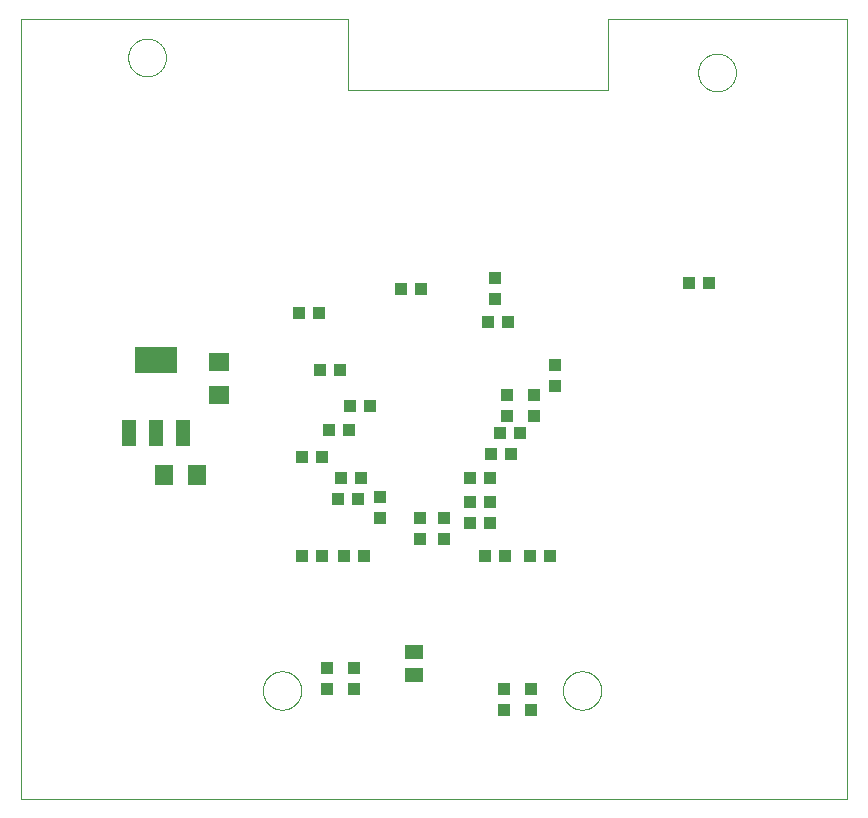
<source format=gbp>
G75*
%MOIN*%
%OFA0B0*%
%FSLAX25Y25*%
%IPPOS*%
%LPD*%
%AMOC8*
5,1,8,0,0,1.08239X$1,22.5*
%
%ADD10C,0.00000*%
%ADD11R,0.04331X0.03937*%
%ADD12R,0.03937X0.04331*%
%ADD13R,0.06299X0.07087*%
%ADD14R,0.07087X0.06299*%
%ADD15R,0.04800X0.08800*%
%ADD16R,0.14173X0.08661*%
%ADD17R,0.05906X0.05118*%
D10*
X0010074Y0008163D02*
X0010074Y0268006D01*
X0119129Y0268006D01*
X0119129Y0244384D01*
X0205743Y0244384D01*
X0205743Y0268006D01*
X0285665Y0268006D01*
X0285665Y0008163D01*
X0010074Y0008163D01*
X0090802Y0044163D02*
X0090804Y0044323D01*
X0090810Y0044482D01*
X0090820Y0044641D01*
X0090834Y0044800D01*
X0090852Y0044959D01*
X0090873Y0045117D01*
X0090899Y0045274D01*
X0090929Y0045431D01*
X0090962Y0045587D01*
X0091000Y0045742D01*
X0091041Y0045896D01*
X0091086Y0046049D01*
X0091135Y0046201D01*
X0091188Y0046351D01*
X0091244Y0046500D01*
X0091304Y0046648D01*
X0091368Y0046794D01*
X0091436Y0046939D01*
X0091507Y0047082D01*
X0091581Y0047223D01*
X0091659Y0047362D01*
X0091741Y0047499D01*
X0091826Y0047634D01*
X0091914Y0047767D01*
X0092005Y0047898D01*
X0092100Y0048026D01*
X0092198Y0048152D01*
X0092299Y0048276D01*
X0092403Y0048396D01*
X0092510Y0048515D01*
X0092620Y0048630D01*
X0092733Y0048743D01*
X0092848Y0048853D01*
X0092967Y0048960D01*
X0093087Y0049064D01*
X0093211Y0049165D01*
X0093337Y0049263D01*
X0093465Y0049358D01*
X0093596Y0049449D01*
X0093729Y0049537D01*
X0093864Y0049622D01*
X0094001Y0049704D01*
X0094140Y0049782D01*
X0094281Y0049856D01*
X0094424Y0049927D01*
X0094569Y0049995D01*
X0094715Y0050059D01*
X0094863Y0050119D01*
X0095012Y0050175D01*
X0095162Y0050228D01*
X0095314Y0050277D01*
X0095467Y0050322D01*
X0095621Y0050363D01*
X0095776Y0050401D01*
X0095932Y0050434D01*
X0096089Y0050464D01*
X0096246Y0050490D01*
X0096404Y0050511D01*
X0096563Y0050529D01*
X0096722Y0050543D01*
X0096881Y0050553D01*
X0097040Y0050559D01*
X0097200Y0050561D01*
X0097360Y0050559D01*
X0097519Y0050553D01*
X0097678Y0050543D01*
X0097837Y0050529D01*
X0097996Y0050511D01*
X0098154Y0050490D01*
X0098311Y0050464D01*
X0098468Y0050434D01*
X0098624Y0050401D01*
X0098779Y0050363D01*
X0098933Y0050322D01*
X0099086Y0050277D01*
X0099238Y0050228D01*
X0099388Y0050175D01*
X0099537Y0050119D01*
X0099685Y0050059D01*
X0099831Y0049995D01*
X0099976Y0049927D01*
X0100119Y0049856D01*
X0100260Y0049782D01*
X0100399Y0049704D01*
X0100536Y0049622D01*
X0100671Y0049537D01*
X0100804Y0049449D01*
X0100935Y0049358D01*
X0101063Y0049263D01*
X0101189Y0049165D01*
X0101313Y0049064D01*
X0101433Y0048960D01*
X0101552Y0048853D01*
X0101667Y0048743D01*
X0101780Y0048630D01*
X0101890Y0048515D01*
X0101997Y0048396D01*
X0102101Y0048276D01*
X0102202Y0048152D01*
X0102300Y0048026D01*
X0102395Y0047898D01*
X0102486Y0047767D01*
X0102574Y0047634D01*
X0102659Y0047499D01*
X0102741Y0047362D01*
X0102819Y0047223D01*
X0102893Y0047082D01*
X0102964Y0046939D01*
X0103032Y0046794D01*
X0103096Y0046648D01*
X0103156Y0046500D01*
X0103212Y0046351D01*
X0103265Y0046201D01*
X0103314Y0046049D01*
X0103359Y0045896D01*
X0103400Y0045742D01*
X0103438Y0045587D01*
X0103471Y0045431D01*
X0103501Y0045274D01*
X0103527Y0045117D01*
X0103548Y0044959D01*
X0103566Y0044800D01*
X0103580Y0044641D01*
X0103590Y0044482D01*
X0103596Y0044323D01*
X0103598Y0044163D01*
X0103596Y0044003D01*
X0103590Y0043844D01*
X0103580Y0043685D01*
X0103566Y0043526D01*
X0103548Y0043367D01*
X0103527Y0043209D01*
X0103501Y0043052D01*
X0103471Y0042895D01*
X0103438Y0042739D01*
X0103400Y0042584D01*
X0103359Y0042430D01*
X0103314Y0042277D01*
X0103265Y0042125D01*
X0103212Y0041975D01*
X0103156Y0041826D01*
X0103096Y0041678D01*
X0103032Y0041532D01*
X0102964Y0041387D01*
X0102893Y0041244D01*
X0102819Y0041103D01*
X0102741Y0040964D01*
X0102659Y0040827D01*
X0102574Y0040692D01*
X0102486Y0040559D01*
X0102395Y0040428D01*
X0102300Y0040300D01*
X0102202Y0040174D01*
X0102101Y0040050D01*
X0101997Y0039930D01*
X0101890Y0039811D01*
X0101780Y0039696D01*
X0101667Y0039583D01*
X0101552Y0039473D01*
X0101433Y0039366D01*
X0101313Y0039262D01*
X0101189Y0039161D01*
X0101063Y0039063D01*
X0100935Y0038968D01*
X0100804Y0038877D01*
X0100671Y0038789D01*
X0100536Y0038704D01*
X0100399Y0038622D01*
X0100260Y0038544D01*
X0100119Y0038470D01*
X0099976Y0038399D01*
X0099831Y0038331D01*
X0099685Y0038267D01*
X0099537Y0038207D01*
X0099388Y0038151D01*
X0099238Y0038098D01*
X0099086Y0038049D01*
X0098933Y0038004D01*
X0098779Y0037963D01*
X0098624Y0037925D01*
X0098468Y0037892D01*
X0098311Y0037862D01*
X0098154Y0037836D01*
X0097996Y0037815D01*
X0097837Y0037797D01*
X0097678Y0037783D01*
X0097519Y0037773D01*
X0097360Y0037767D01*
X0097200Y0037765D01*
X0097040Y0037767D01*
X0096881Y0037773D01*
X0096722Y0037783D01*
X0096563Y0037797D01*
X0096404Y0037815D01*
X0096246Y0037836D01*
X0096089Y0037862D01*
X0095932Y0037892D01*
X0095776Y0037925D01*
X0095621Y0037963D01*
X0095467Y0038004D01*
X0095314Y0038049D01*
X0095162Y0038098D01*
X0095012Y0038151D01*
X0094863Y0038207D01*
X0094715Y0038267D01*
X0094569Y0038331D01*
X0094424Y0038399D01*
X0094281Y0038470D01*
X0094140Y0038544D01*
X0094001Y0038622D01*
X0093864Y0038704D01*
X0093729Y0038789D01*
X0093596Y0038877D01*
X0093465Y0038968D01*
X0093337Y0039063D01*
X0093211Y0039161D01*
X0093087Y0039262D01*
X0092967Y0039366D01*
X0092848Y0039473D01*
X0092733Y0039583D01*
X0092620Y0039696D01*
X0092510Y0039811D01*
X0092403Y0039930D01*
X0092299Y0040050D01*
X0092198Y0040174D01*
X0092100Y0040300D01*
X0092005Y0040428D01*
X0091914Y0040559D01*
X0091826Y0040692D01*
X0091741Y0040827D01*
X0091659Y0040964D01*
X0091581Y0041103D01*
X0091507Y0041244D01*
X0091436Y0041387D01*
X0091368Y0041532D01*
X0091304Y0041678D01*
X0091244Y0041826D01*
X0091188Y0041975D01*
X0091135Y0042125D01*
X0091086Y0042277D01*
X0091041Y0042430D01*
X0091000Y0042584D01*
X0090962Y0042739D01*
X0090929Y0042895D01*
X0090899Y0043052D01*
X0090873Y0043209D01*
X0090852Y0043367D01*
X0090834Y0043526D01*
X0090820Y0043685D01*
X0090810Y0043844D01*
X0090804Y0044003D01*
X0090802Y0044163D01*
X0190802Y0044163D02*
X0190804Y0044323D01*
X0190810Y0044482D01*
X0190820Y0044641D01*
X0190834Y0044800D01*
X0190852Y0044959D01*
X0190873Y0045117D01*
X0190899Y0045274D01*
X0190929Y0045431D01*
X0190962Y0045587D01*
X0191000Y0045742D01*
X0191041Y0045896D01*
X0191086Y0046049D01*
X0191135Y0046201D01*
X0191188Y0046351D01*
X0191244Y0046500D01*
X0191304Y0046648D01*
X0191368Y0046794D01*
X0191436Y0046939D01*
X0191507Y0047082D01*
X0191581Y0047223D01*
X0191659Y0047362D01*
X0191741Y0047499D01*
X0191826Y0047634D01*
X0191914Y0047767D01*
X0192005Y0047898D01*
X0192100Y0048026D01*
X0192198Y0048152D01*
X0192299Y0048276D01*
X0192403Y0048396D01*
X0192510Y0048515D01*
X0192620Y0048630D01*
X0192733Y0048743D01*
X0192848Y0048853D01*
X0192967Y0048960D01*
X0193087Y0049064D01*
X0193211Y0049165D01*
X0193337Y0049263D01*
X0193465Y0049358D01*
X0193596Y0049449D01*
X0193729Y0049537D01*
X0193864Y0049622D01*
X0194001Y0049704D01*
X0194140Y0049782D01*
X0194281Y0049856D01*
X0194424Y0049927D01*
X0194569Y0049995D01*
X0194715Y0050059D01*
X0194863Y0050119D01*
X0195012Y0050175D01*
X0195162Y0050228D01*
X0195314Y0050277D01*
X0195467Y0050322D01*
X0195621Y0050363D01*
X0195776Y0050401D01*
X0195932Y0050434D01*
X0196089Y0050464D01*
X0196246Y0050490D01*
X0196404Y0050511D01*
X0196563Y0050529D01*
X0196722Y0050543D01*
X0196881Y0050553D01*
X0197040Y0050559D01*
X0197200Y0050561D01*
X0197360Y0050559D01*
X0197519Y0050553D01*
X0197678Y0050543D01*
X0197837Y0050529D01*
X0197996Y0050511D01*
X0198154Y0050490D01*
X0198311Y0050464D01*
X0198468Y0050434D01*
X0198624Y0050401D01*
X0198779Y0050363D01*
X0198933Y0050322D01*
X0199086Y0050277D01*
X0199238Y0050228D01*
X0199388Y0050175D01*
X0199537Y0050119D01*
X0199685Y0050059D01*
X0199831Y0049995D01*
X0199976Y0049927D01*
X0200119Y0049856D01*
X0200260Y0049782D01*
X0200399Y0049704D01*
X0200536Y0049622D01*
X0200671Y0049537D01*
X0200804Y0049449D01*
X0200935Y0049358D01*
X0201063Y0049263D01*
X0201189Y0049165D01*
X0201313Y0049064D01*
X0201433Y0048960D01*
X0201552Y0048853D01*
X0201667Y0048743D01*
X0201780Y0048630D01*
X0201890Y0048515D01*
X0201997Y0048396D01*
X0202101Y0048276D01*
X0202202Y0048152D01*
X0202300Y0048026D01*
X0202395Y0047898D01*
X0202486Y0047767D01*
X0202574Y0047634D01*
X0202659Y0047499D01*
X0202741Y0047362D01*
X0202819Y0047223D01*
X0202893Y0047082D01*
X0202964Y0046939D01*
X0203032Y0046794D01*
X0203096Y0046648D01*
X0203156Y0046500D01*
X0203212Y0046351D01*
X0203265Y0046201D01*
X0203314Y0046049D01*
X0203359Y0045896D01*
X0203400Y0045742D01*
X0203438Y0045587D01*
X0203471Y0045431D01*
X0203501Y0045274D01*
X0203527Y0045117D01*
X0203548Y0044959D01*
X0203566Y0044800D01*
X0203580Y0044641D01*
X0203590Y0044482D01*
X0203596Y0044323D01*
X0203598Y0044163D01*
X0203596Y0044003D01*
X0203590Y0043844D01*
X0203580Y0043685D01*
X0203566Y0043526D01*
X0203548Y0043367D01*
X0203527Y0043209D01*
X0203501Y0043052D01*
X0203471Y0042895D01*
X0203438Y0042739D01*
X0203400Y0042584D01*
X0203359Y0042430D01*
X0203314Y0042277D01*
X0203265Y0042125D01*
X0203212Y0041975D01*
X0203156Y0041826D01*
X0203096Y0041678D01*
X0203032Y0041532D01*
X0202964Y0041387D01*
X0202893Y0041244D01*
X0202819Y0041103D01*
X0202741Y0040964D01*
X0202659Y0040827D01*
X0202574Y0040692D01*
X0202486Y0040559D01*
X0202395Y0040428D01*
X0202300Y0040300D01*
X0202202Y0040174D01*
X0202101Y0040050D01*
X0201997Y0039930D01*
X0201890Y0039811D01*
X0201780Y0039696D01*
X0201667Y0039583D01*
X0201552Y0039473D01*
X0201433Y0039366D01*
X0201313Y0039262D01*
X0201189Y0039161D01*
X0201063Y0039063D01*
X0200935Y0038968D01*
X0200804Y0038877D01*
X0200671Y0038789D01*
X0200536Y0038704D01*
X0200399Y0038622D01*
X0200260Y0038544D01*
X0200119Y0038470D01*
X0199976Y0038399D01*
X0199831Y0038331D01*
X0199685Y0038267D01*
X0199537Y0038207D01*
X0199388Y0038151D01*
X0199238Y0038098D01*
X0199086Y0038049D01*
X0198933Y0038004D01*
X0198779Y0037963D01*
X0198624Y0037925D01*
X0198468Y0037892D01*
X0198311Y0037862D01*
X0198154Y0037836D01*
X0197996Y0037815D01*
X0197837Y0037797D01*
X0197678Y0037783D01*
X0197519Y0037773D01*
X0197360Y0037767D01*
X0197200Y0037765D01*
X0197040Y0037767D01*
X0196881Y0037773D01*
X0196722Y0037783D01*
X0196563Y0037797D01*
X0196404Y0037815D01*
X0196246Y0037836D01*
X0196089Y0037862D01*
X0195932Y0037892D01*
X0195776Y0037925D01*
X0195621Y0037963D01*
X0195467Y0038004D01*
X0195314Y0038049D01*
X0195162Y0038098D01*
X0195012Y0038151D01*
X0194863Y0038207D01*
X0194715Y0038267D01*
X0194569Y0038331D01*
X0194424Y0038399D01*
X0194281Y0038470D01*
X0194140Y0038544D01*
X0194001Y0038622D01*
X0193864Y0038704D01*
X0193729Y0038789D01*
X0193596Y0038877D01*
X0193465Y0038968D01*
X0193337Y0039063D01*
X0193211Y0039161D01*
X0193087Y0039262D01*
X0192967Y0039366D01*
X0192848Y0039473D01*
X0192733Y0039583D01*
X0192620Y0039696D01*
X0192510Y0039811D01*
X0192403Y0039930D01*
X0192299Y0040050D01*
X0192198Y0040174D01*
X0192100Y0040300D01*
X0192005Y0040428D01*
X0191914Y0040559D01*
X0191826Y0040692D01*
X0191741Y0040827D01*
X0191659Y0040964D01*
X0191581Y0041103D01*
X0191507Y0041244D01*
X0191436Y0041387D01*
X0191368Y0041532D01*
X0191304Y0041678D01*
X0191244Y0041826D01*
X0191188Y0041975D01*
X0191135Y0042125D01*
X0191086Y0042277D01*
X0191041Y0042430D01*
X0191000Y0042584D01*
X0190962Y0042739D01*
X0190929Y0042895D01*
X0190899Y0043052D01*
X0190873Y0043209D01*
X0190852Y0043367D01*
X0190834Y0043526D01*
X0190820Y0043685D01*
X0190810Y0043844D01*
X0190804Y0044003D01*
X0190802Y0044163D01*
X0235901Y0250163D02*
X0235903Y0250321D01*
X0235909Y0250479D01*
X0235919Y0250637D01*
X0235933Y0250795D01*
X0235951Y0250952D01*
X0235972Y0251109D01*
X0235998Y0251265D01*
X0236028Y0251421D01*
X0236061Y0251576D01*
X0236099Y0251729D01*
X0236140Y0251882D01*
X0236185Y0252034D01*
X0236234Y0252185D01*
X0236287Y0252334D01*
X0236343Y0252482D01*
X0236403Y0252628D01*
X0236467Y0252773D01*
X0236535Y0252916D01*
X0236606Y0253058D01*
X0236680Y0253198D01*
X0236758Y0253335D01*
X0236840Y0253471D01*
X0236924Y0253605D01*
X0237013Y0253736D01*
X0237104Y0253865D01*
X0237199Y0253992D01*
X0237296Y0254117D01*
X0237397Y0254239D01*
X0237501Y0254358D01*
X0237608Y0254475D01*
X0237718Y0254589D01*
X0237831Y0254700D01*
X0237946Y0254809D01*
X0238064Y0254914D01*
X0238185Y0255016D01*
X0238308Y0255116D01*
X0238434Y0255212D01*
X0238562Y0255305D01*
X0238692Y0255395D01*
X0238825Y0255481D01*
X0238960Y0255565D01*
X0239096Y0255644D01*
X0239235Y0255721D01*
X0239376Y0255793D01*
X0239518Y0255863D01*
X0239662Y0255928D01*
X0239808Y0255990D01*
X0239955Y0256048D01*
X0240104Y0256103D01*
X0240254Y0256154D01*
X0240405Y0256201D01*
X0240557Y0256244D01*
X0240710Y0256283D01*
X0240865Y0256319D01*
X0241020Y0256350D01*
X0241176Y0256378D01*
X0241332Y0256402D01*
X0241489Y0256422D01*
X0241647Y0256438D01*
X0241804Y0256450D01*
X0241963Y0256458D01*
X0242121Y0256462D01*
X0242279Y0256462D01*
X0242437Y0256458D01*
X0242596Y0256450D01*
X0242753Y0256438D01*
X0242911Y0256422D01*
X0243068Y0256402D01*
X0243224Y0256378D01*
X0243380Y0256350D01*
X0243535Y0256319D01*
X0243690Y0256283D01*
X0243843Y0256244D01*
X0243995Y0256201D01*
X0244146Y0256154D01*
X0244296Y0256103D01*
X0244445Y0256048D01*
X0244592Y0255990D01*
X0244738Y0255928D01*
X0244882Y0255863D01*
X0245024Y0255793D01*
X0245165Y0255721D01*
X0245304Y0255644D01*
X0245440Y0255565D01*
X0245575Y0255481D01*
X0245708Y0255395D01*
X0245838Y0255305D01*
X0245966Y0255212D01*
X0246092Y0255116D01*
X0246215Y0255016D01*
X0246336Y0254914D01*
X0246454Y0254809D01*
X0246569Y0254700D01*
X0246682Y0254589D01*
X0246792Y0254475D01*
X0246899Y0254358D01*
X0247003Y0254239D01*
X0247104Y0254117D01*
X0247201Y0253992D01*
X0247296Y0253865D01*
X0247387Y0253736D01*
X0247476Y0253605D01*
X0247560Y0253471D01*
X0247642Y0253335D01*
X0247720Y0253198D01*
X0247794Y0253058D01*
X0247865Y0252916D01*
X0247933Y0252773D01*
X0247997Y0252628D01*
X0248057Y0252482D01*
X0248113Y0252334D01*
X0248166Y0252185D01*
X0248215Y0252034D01*
X0248260Y0251882D01*
X0248301Y0251729D01*
X0248339Y0251576D01*
X0248372Y0251421D01*
X0248402Y0251265D01*
X0248428Y0251109D01*
X0248449Y0250952D01*
X0248467Y0250795D01*
X0248481Y0250637D01*
X0248491Y0250479D01*
X0248497Y0250321D01*
X0248499Y0250163D01*
X0248497Y0250005D01*
X0248491Y0249847D01*
X0248481Y0249689D01*
X0248467Y0249531D01*
X0248449Y0249374D01*
X0248428Y0249217D01*
X0248402Y0249061D01*
X0248372Y0248905D01*
X0248339Y0248750D01*
X0248301Y0248597D01*
X0248260Y0248444D01*
X0248215Y0248292D01*
X0248166Y0248141D01*
X0248113Y0247992D01*
X0248057Y0247844D01*
X0247997Y0247698D01*
X0247933Y0247553D01*
X0247865Y0247410D01*
X0247794Y0247268D01*
X0247720Y0247128D01*
X0247642Y0246991D01*
X0247560Y0246855D01*
X0247476Y0246721D01*
X0247387Y0246590D01*
X0247296Y0246461D01*
X0247201Y0246334D01*
X0247104Y0246209D01*
X0247003Y0246087D01*
X0246899Y0245968D01*
X0246792Y0245851D01*
X0246682Y0245737D01*
X0246569Y0245626D01*
X0246454Y0245517D01*
X0246336Y0245412D01*
X0246215Y0245310D01*
X0246092Y0245210D01*
X0245966Y0245114D01*
X0245838Y0245021D01*
X0245708Y0244931D01*
X0245575Y0244845D01*
X0245440Y0244761D01*
X0245304Y0244682D01*
X0245165Y0244605D01*
X0245024Y0244533D01*
X0244882Y0244463D01*
X0244738Y0244398D01*
X0244592Y0244336D01*
X0244445Y0244278D01*
X0244296Y0244223D01*
X0244146Y0244172D01*
X0243995Y0244125D01*
X0243843Y0244082D01*
X0243690Y0244043D01*
X0243535Y0244007D01*
X0243380Y0243976D01*
X0243224Y0243948D01*
X0243068Y0243924D01*
X0242911Y0243904D01*
X0242753Y0243888D01*
X0242596Y0243876D01*
X0242437Y0243868D01*
X0242279Y0243864D01*
X0242121Y0243864D01*
X0241963Y0243868D01*
X0241804Y0243876D01*
X0241647Y0243888D01*
X0241489Y0243904D01*
X0241332Y0243924D01*
X0241176Y0243948D01*
X0241020Y0243976D01*
X0240865Y0244007D01*
X0240710Y0244043D01*
X0240557Y0244082D01*
X0240405Y0244125D01*
X0240254Y0244172D01*
X0240104Y0244223D01*
X0239955Y0244278D01*
X0239808Y0244336D01*
X0239662Y0244398D01*
X0239518Y0244463D01*
X0239376Y0244533D01*
X0239235Y0244605D01*
X0239096Y0244682D01*
X0238960Y0244761D01*
X0238825Y0244845D01*
X0238692Y0244931D01*
X0238562Y0245021D01*
X0238434Y0245114D01*
X0238308Y0245210D01*
X0238185Y0245310D01*
X0238064Y0245412D01*
X0237946Y0245517D01*
X0237831Y0245626D01*
X0237718Y0245737D01*
X0237608Y0245851D01*
X0237501Y0245968D01*
X0237397Y0246087D01*
X0237296Y0246209D01*
X0237199Y0246334D01*
X0237104Y0246461D01*
X0237013Y0246590D01*
X0236924Y0246721D01*
X0236840Y0246855D01*
X0236758Y0246991D01*
X0236680Y0247128D01*
X0236606Y0247268D01*
X0236535Y0247410D01*
X0236467Y0247553D01*
X0236403Y0247698D01*
X0236343Y0247844D01*
X0236287Y0247992D01*
X0236234Y0248141D01*
X0236185Y0248292D01*
X0236140Y0248444D01*
X0236099Y0248597D01*
X0236061Y0248750D01*
X0236028Y0248905D01*
X0235998Y0249061D01*
X0235972Y0249217D01*
X0235951Y0249374D01*
X0235933Y0249531D01*
X0235919Y0249689D01*
X0235909Y0249847D01*
X0235903Y0250005D01*
X0235901Y0250163D01*
X0045901Y0255163D02*
X0045903Y0255321D01*
X0045909Y0255479D01*
X0045919Y0255637D01*
X0045933Y0255795D01*
X0045951Y0255952D01*
X0045972Y0256109D01*
X0045998Y0256265D01*
X0046028Y0256421D01*
X0046061Y0256576D01*
X0046099Y0256729D01*
X0046140Y0256882D01*
X0046185Y0257034D01*
X0046234Y0257185D01*
X0046287Y0257334D01*
X0046343Y0257482D01*
X0046403Y0257628D01*
X0046467Y0257773D01*
X0046535Y0257916D01*
X0046606Y0258058D01*
X0046680Y0258198D01*
X0046758Y0258335D01*
X0046840Y0258471D01*
X0046924Y0258605D01*
X0047013Y0258736D01*
X0047104Y0258865D01*
X0047199Y0258992D01*
X0047296Y0259117D01*
X0047397Y0259239D01*
X0047501Y0259358D01*
X0047608Y0259475D01*
X0047718Y0259589D01*
X0047831Y0259700D01*
X0047946Y0259809D01*
X0048064Y0259914D01*
X0048185Y0260016D01*
X0048308Y0260116D01*
X0048434Y0260212D01*
X0048562Y0260305D01*
X0048692Y0260395D01*
X0048825Y0260481D01*
X0048960Y0260565D01*
X0049096Y0260644D01*
X0049235Y0260721D01*
X0049376Y0260793D01*
X0049518Y0260863D01*
X0049662Y0260928D01*
X0049808Y0260990D01*
X0049955Y0261048D01*
X0050104Y0261103D01*
X0050254Y0261154D01*
X0050405Y0261201D01*
X0050557Y0261244D01*
X0050710Y0261283D01*
X0050865Y0261319D01*
X0051020Y0261350D01*
X0051176Y0261378D01*
X0051332Y0261402D01*
X0051489Y0261422D01*
X0051647Y0261438D01*
X0051804Y0261450D01*
X0051963Y0261458D01*
X0052121Y0261462D01*
X0052279Y0261462D01*
X0052437Y0261458D01*
X0052596Y0261450D01*
X0052753Y0261438D01*
X0052911Y0261422D01*
X0053068Y0261402D01*
X0053224Y0261378D01*
X0053380Y0261350D01*
X0053535Y0261319D01*
X0053690Y0261283D01*
X0053843Y0261244D01*
X0053995Y0261201D01*
X0054146Y0261154D01*
X0054296Y0261103D01*
X0054445Y0261048D01*
X0054592Y0260990D01*
X0054738Y0260928D01*
X0054882Y0260863D01*
X0055024Y0260793D01*
X0055165Y0260721D01*
X0055304Y0260644D01*
X0055440Y0260565D01*
X0055575Y0260481D01*
X0055708Y0260395D01*
X0055838Y0260305D01*
X0055966Y0260212D01*
X0056092Y0260116D01*
X0056215Y0260016D01*
X0056336Y0259914D01*
X0056454Y0259809D01*
X0056569Y0259700D01*
X0056682Y0259589D01*
X0056792Y0259475D01*
X0056899Y0259358D01*
X0057003Y0259239D01*
X0057104Y0259117D01*
X0057201Y0258992D01*
X0057296Y0258865D01*
X0057387Y0258736D01*
X0057476Y0258605D01*
X0057560Y0258471D01*
X0057642Y0258335D01*
X0057720Y0258198D01*
X0057794Y0258058D01*
X0057865Y0257916D01*
X0057933Y0257773D01*
X0057997Y0257628D01*
X0058057Y0257482D01*
X0058113Y0257334D01*
X0058166Y0257185D01*
X0058215Y0257034D01*
X0058260Y0256882D01*
X0058301Y0256729D01*
X0058339Y0256576D01*
X0058372Y0256421D01*
X0058402Y0256265D01*
X0058428Y0256109D01*
X0058449Y0255952D01*
X0058467Y0255795D01*
X0058481Y0255637D01*
X0058491Y0255479D01*
X0058497Y0255321D01*
X0058499Y0255163D01*
X0058497Y0255005D01*
X0058491Y0254847D01*
X0058481Y0254689D01*
X0058467Y0254531D01*
X0058449Y0254374D01*
X0058428Y0254217D01*
X0058402Y0254061D01*
X0058372Y0253905D01*
X0058339Y0253750D01*
X0058301Y0253597D01*
X0058260Y0253444D01*
X0058215Y0253292D01*
X0058166Y0253141D01*
X0058113Y0252992D01*
X0058057Y0252844D01*
X0057997Y0252698D01*
X0057933Y0252553D01*
X0057865Y0252410D01*
X0057794Y0252268D01*
X0057720Y0252128D01*
X0057642Y0251991D01*
X0057560Y0251855D01*
X0057476Y0251721D01*
X0057387Y0251590D01*
X0057296Y0251461D01*
X0057201Y0251334D01*
X0057104Y0251209D01*
X0057003Y0251087D01*
X0056899Y0250968D01*
X0056792Y0250851D01*
X0056682Y0250737D01*
X0056569Y0250626D01*
X0056454Y0250517D01*
X0056336Y0250412D01*
X0056215Y0250310D01*
X0056092Y0250210D01*
X0055966Y0250114D01*
X0055838Y0250021D01*
X0055708Y0249931D01*
X0055575Y0249845D01*
X0055440Y0249761D01*
X0055304Y0249682D01*
X0055165Y0249605D01*
X0055024Y0249533D01*
X0054882Y0249463D01*
X0054738Y0249398D01*
X0054592Y0249336D01*
X0054445Y0249278D01*
X0054296Y0249223D01*
X0054146Y0249172D01*
X0053995Y0249125D01*
X0053843Y0249082D01*
X0053690Y0249043D01*
X0053535Y0249007D01*
X0053380Y0248976D01*
X0053224Y0248948D01*
X0053068Y0248924D01*
X0052911Y0248904D01*
X0052753Y0248888D01*
X0052596Y0248876D01*
X0052437Y0248868D01*
X0052279Y0248864D01*
X0052121Y0248864D01*
X0051963Y0248868D01*
X0051804Y0248876D01*
X0051647Y0248888D01*
X0051489Y0248904D01*
X0051332Y0248924D01*
X0051176Y0248948D01*
X0051020Y0248976D01*
X0050865Y0249007D01*
X0050710Y0249043D01*
X0050557Y0249082D01*
X0050405Y0249125D01*
X0050254Y0249172D01*
X0050104Y0249223D01*
X0049955Y0249278D01*
X0049808Y0249336D01*
X0049662Y0249398D01*
X0049518Y0249463D01*
X0049376Y0249533D01*
X0049235Y0249605D01*
X0049096Y0249682D01*
X0048960Y0249761D01*
X0048825Y0249845D01*
X0048692Y0249931D01*
X0048562Y0250021D01*
X0048434Y0250114D01*
X0048308Y0250210D01*
X0048185Y0250310D01*
X0048064Y0250412D01*
X0047946Y0250517D01*
X0047831Y0250626D01*
X0047718Y0250737D01*
X0047608Y0250851D01*
X0047501Y0250968D01*
X0047397Y0251087D01*
X0047296Y0251209D01*
X0047199Y0251334D01*
X0047104Y0251461D01*
X0047013Y0251590D01*
X0046924Y0251721D01*
X0046840Y0251855D01*
X0046758Y0251991D01*
X0046680Y0252128D01*
X0046606Y0252268D01*
X0046535Y0252410D01*
X0046467Y0252553D01*
X0046403Y0252698D01*
X0046343Y0252844D01*
X0046287Y0252992D01*
X0046234Y0253141D01*
X0046185Y0253292D01*
X0046140Y0253444D01*
X0046099Y0253597D01*
X0046061Y0253750D01*
X0046028Y0253905D01*
X0045998Y0254061D01*
X0045972Y0254217D01*
X0045951Y0254374D01*
X0045933Y0254531D01*
X0045919Y0254689D01*
X0045909Y0254847D01*
X0045903Y0255005D01*
X0045901Y0255163D01*
D11*
X0136854Y0178163D03*
X0143546Y0178163D03*
X0165854Y0167163D03*
X0172546Y0167163D03*
X0168200Y0174817D03*
X0168200Y0181510D03*
X0188200Y0152510D03*
X0188200Y0145817D03*
X0176546Y0130163D03*
X0169854Y0130163D03*
X0166854Y0123163D03*
X0173546Y0123163D03*
X0166546Y0115163D03*
X0159854Y0115163D03*
X0159854Y0107163D03*
X0166546Y0107163D03*
X0166546Y0100163D03*
X0159854Y0100163D03*
X0164854Y0089163D03*
X0171546Y0089163D03*
X0171200Y0044510D03*
X0171200Y0037817D03*
X0180200Y0037817D03*
X0180200Y0044510D03*
X0124546Y0089163D03*
X0117854Y0089163D03*
X0115854Y0108163D03*
X0122546Y0108163D03*
X0123546Y0115163D03*
X0116854Y0115163D03*
X0119546Y0131163D03*
X0112854Y0131163D03*
X0119854Y0139163D03*
X0126546Y0139163D03*
X0116546Y0151163D03*
X0109854Y0151163D03*
X0112200Y0051510D03*
X0112200Y0044817D03*
X0121200Y0044817D03*
X0121200Y0051510D03*
D12*
X0110546Y0089163D03*
X0103854Y0089163D03*
X0129700Y0101817D03*
X0129700Y0108510D03*
X0143200Y0101510D03*
X0143200Y0094817D03*
X0151200Y0094817D03*
X0151200Y0101510D03*
X0179854Y0089163D03*
X0186546Y0089163D03*
X0181200Y0135817D03*
X0181200Y0142510D03*
X0172200Y0142510D03*
X0172200Y0135817D03*
X0110546Y0122163D03*
X0103854Y0122163D03*
X0102854Y0170163D03*
X0109546Y0170163D03*
X0232854Y0180163D03*
X0239546Y0180163D03*
D13*
X0068712Y0116163D03*
X0057688Y0116163D03*
D14*
X0076200Y0142652D03*
X0076200Y0153675D03*
D15*
X0064300Y0129963D03*
X0055200Y0129963D03*
X0046100Y0129963D03*
D16*
X0055200Y0154364D03*
D17*
X0141200Y0056904D03*
X0141200Y0049423D03*
M02*

</source>
